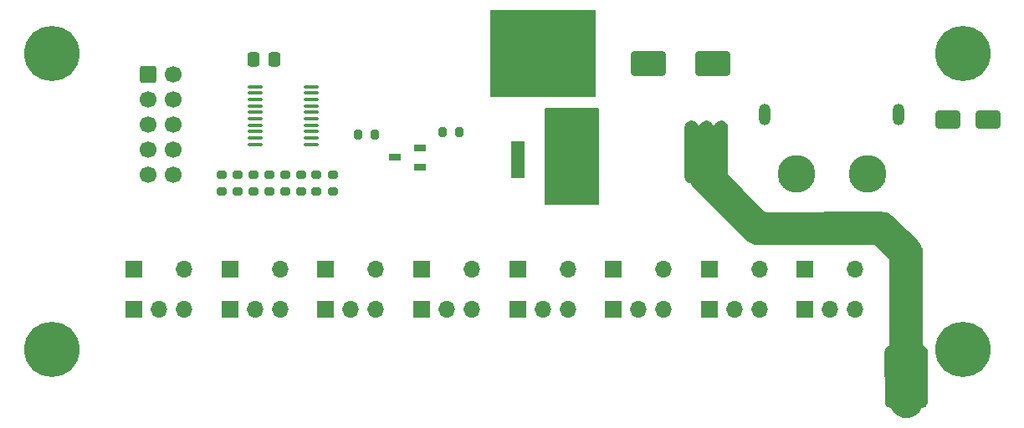
<source format=gbr>
%TF.GenerationSoftware,KiCad,Pcbnew,8.0.3*%
%TF.CreationDate,2024-11-21T16:05:02+01:00*%
%TF.ProjectId,LED Board,4c454420-426f-4617-9264-2e6b69636164,rev?*%
%TF.SameCoordinates,Original*%
%TF.FileFunction,Soldermask,Top*%
%TF.FilePolarity,Negative*%
%FSLAX46Y46*%
G04 Gerber Fmt 4.6, Leading zero omitted, Abs format (unit mm)*
G04 Created by KiCad (PCBNEW 8.0.3) date 2024-11-21 16:05:02*
%MOMM*%
%LPD*%
G01*
G04 APERTURE LIST*
G04 Aperture macros list*
%AMRoundRect*
0 Rectangle with rounded corners*
0 $1 Rounding radius*
0 $2 $3 $4 $5 $6 $7 $8 $9 X,Y pos of 4 corners*
0 Add a 4 corners polygon primitive as box body*
4,1,4,$2,$3,$4,$5,$6,$7,$8,$9,$2,$3,0*
0 Add four circle primitives for the rounded corners*
1,1,$1+$1,$2,$3*
1,1,$1+$1,$4,$5*
1,1,$1+$1,$6,$7*
1,1,$1+$1,$8,$9*
0 Add four rect primitives between the rounded corners*
20,1,$1+$1,$2,$3,$4,$5,0*
20,1,$1+$1,$4,$5,$6,$7,0*
20,1,$1+$1,$6,$7,$8,$9,0*
20,1,$1+$1,$8,$9,$2,$3,0*%
G04 Aperture macros list end*
%ADD10C,0.150000*%
%ADD11RoundRect,0.200000X-0.275000X0.200000X-0.275000X-0.200000X0.275000X-0.200000X0.275000X0.200000X0*%
%ADD12R,1.700000X1.700000*%
%ADD13O,1.700000X1.700000*%
%ADD14C,3.600000*%
%ADD15C,5.600000*%
%ADD16RoundRect,0.200000X-0.200000X-0.275000X0.200000X-0.275000X0.200000X0.275000X-0.200000X0.275000X0*%
%ADD17R,1.250000X0.700000*%
%ADD18RoundRect,0.250000X-0.337500X-0.475000X0.337500X-0.475000X0.337500X0.475000X-0.337500X0.475000X0*%
%ADD19RoundRect,0.250000X-1.000000X-0.650000X1.000000X-0.650000X1.000000X0.650000X-1.000000X0.650000X0*%
%ADD20RoundRect,0.250000X-1.500000X-1.000000X1.500000X-1.000000X1.500000X1.000000X-1.500000X1.000000X0*%
%ADD21RoundRect,0.250000X-0.600000X-0.600000X0.600000X-0.600000X0.600000X0.600000X-0.600000X0.600000X0*%
%ADD22C,1.700000*%
%ADD23R,1.400000X3.800000*%
%ADD24R,10.700000X8.800000*%
%ADD25RoundRect,0.100000X-0.637500X-0.100000X0.637500X-0.100000X0.637500X0.100000X-0.637500X0.100000X0*%
%ADD26C,3.800000*%
%ADD27O,1.200000X2.200000*%
G04 APERTURE END LIST*
D10*
X137673889Y-51926762D02*
X137782382Y-51971701D01*
X137880024Y-52036943D01*
X137963056Y-52119975D01*
X138028298Y-52217617D01*
X138065224Y-52306763D01*
X138116731Y-52379355D01*
X138194633Y-52422409D01*
X138283501Y-52427400D01*
X138365734Y-52393338D01*
X138425045Y-52326970D01*
X138434776Y-52306763D01*
X138471701Y-52217617D01*
X138536943Y-52119975D01*
X138619975Y-52036943D01*
X138717617Y-51971701D01*
X138826110Y-51926762D01*
X138941285Y-51903852D01*
X139058715Y-51903852D01*
X139173889Y-51926762D01*
X139282382Y-51971701D01*
X139380024Y-52036943D01*
X139463056Y-52119975D01*
X139528298Y-52217617D01*
X139565224Y-52306763D01*
X139616731Y-52379355D01*
X139694633Y-52422409D01*
X139783501Y-52427400D01*
X139865734Y-52393338D01*
X139925045Y-52326970D01*
X139934776Y-52306763D01*
X139971701Y-52217617D01*
X140036943Y-52119975D01*
X140119975Y-52036943D01*
X140217617Y-51971701D01*
X140326110Y-51926762D01*
X140441285Y-51903852D01*
X140558715Y-51903852D01*
X140673889Y-51926762D01*
X140782382Y-51971701D01*
X140880024Y-52036943D01*
X140963056Y-52119975D01*
X141028298Y-52217617D01*
X141073237Y-52326110D01*
X141096162Y-52441360D01*
X141099816Y-57258698D01*
X141119688Y-57345459D01*
X141158467Y-57400040D01*
X144857289Y-61095083D01*
X144932679Y-61142399D01*
X144998699Y-61153589D01*
X156746755Y-61150001D01*
X156851363Y-61153425D01*
X157062061Y-61181164D01*
X157163113Y-61208241D01*
X157163114Y-61208241D01*
X157264161Y-61235316D01*
X157457474Y-61315389D01*
X157638672Y-61420004D01*
X157804756Y-61547445D01*
X160379110Y-64116373D01*
X160450625Y-64192728D01*
X160579995Y-64361327D01*
X160639488Y-64464371D01*
X160684609Y-64542523D01*
X160764684Y-64735838D01*
X160791759Y-64836886D01*
X160791759Y-64836887D01*
X160818835Y-64937938D01*
X160846149Y-65145407D01*
X160848537Y-74511965D01*
X160868365Y-74598737D01*
X160923879Y-74668312D01*
X160972000Y-74696690D01*
X161032382Y-74721701D01*
X161130024Y-74786943D01*
X161213056Y-74869975D01*
X161278298Y-74967617D01*
X161323237Y-75076110D01*
X161346162Y-75191360D01*
X161349996Y-80245169D01*
X161347112Y-80303863D01*
X161323237Y-80423889D01*
X161278298Y-80532382D01*
X161213056Y-80630024D01*
X161130024Y-80713056D01*
X161032382Y-80778298D01*
X160923888Y-80823238D01*
X160828569Y-80842198D01*
X160747324Y-80878552D01*
X160689897Y-80946558D01*
X160685728Y-80955537D01*
X160579992Y-81138675D01*
X160452618Y-81304673D01*
X160304673Y-81452618D01*
X160138675Y-81579992D01*
X159957468Y-81684613D01*
X159764165Y-81764681D01*
X159562061Y-81818835D01*
X159354618Y-81846146D01*
X159145382Y-81846146D01*
X158937938Y-81818835D01*
X158735834Y-81764681D01*
X158542531Y-81684613D01*
X158361324Y-81579992D01*
X158195326Y-81452618D01*
X158047381Y-81304673D01*
X157920007Y-81138675D01*
X157808834Y-80946119D01*
X157806857Y-80947260D01*
X157765688Y-80889232D01*
X157687788Y-80846174D01*
X157671430Y-80842198D01*
X157576111Y-80823238D01*
X157467617Y-80778298D01*
X157369975Y-80713056D01*
X157286943Y-80630024D01*
X157221701Y-80532382D01*
X157176762Y-80423889D01*
X157153837Y-80308639D01*
X157150003Y-75254830D01*
X157152887Y-75196136D01*
X157176762Y-75076110D01*
X157221701Y-74967617D01*
X157286943Y-74869975D01*
X157369975Y-74786943D01*
X157467617Y-74721701D01*
X157528898Y-74696318D01*
X157601490Y-74644811D01*
X157644545Y-74566909D01*
X157652361Y-74511491D01*
X157650189Y-65991563D01*
X157630361Y-65904791D01*
X157591461Y-65850044D01*
X156143204Y-64404840D01*
X156067789Y-64357564D01*
X156001871Y-64346410D01*
X144253244Y-64349998D01*
X144148636Y-64346574D01*
X143937938Y-64318835D01*
X143735834Y-64264681D01*
X143542527Y-64184611D01*
X143361325Y-64079995D01*
X143195291Y-63952592D01*
X137870914Y-58633653D01*
X137799374Y-58557271D01*
X137670004Y-58388672D01*
X137558834Y-58196120D01*
X137556860Y-58197259D01*
X137515671Y-58139217D01*
X137437766Y-58096168D01*
X137421430Y-58092198D01*
X137326110Y-58073238D01*
X137217617Y-58028298D01*
X137119975Y-57963056D01*
X137036943Y-57880024D01*
X136971701Y-57782382D01*
X136926762Y-57673889D01*
X136903837Y-57558639D01*
X136900003Y-52504830D01*
X136902887Y-52446136D01*
X136926762Y-52326110D01*
X136971701Y-52217617D01*
X137036943Y-52119975D01*
X137119975Y-52036943D01*
X137217617Y-51971701D01*
X137326110Y-51926762D01*
X137441285Y-51903852D01*
X137558715Y-51903852D01*
X137673889Y-51926762D01*
G36*
X137673889Y-51926762D02*
G01*
X137782382Y-51971701D01*
X137880024Y-52036943D01*
X137963056Y-52119975D01*
X138028298Y-52217617D01*
X138065224Y-52306763D01*
X138116731Y-52379355D01*
X138194633Y-52422409D01*
X138283501Y-52427400D01*
X138365734Y-52393338D01*
X138425045Y-52326970D01*
X138434776Y-52306763D01*
X138471701Y-52217617D01*
X138536943Y-52119975D01*
X138619975Y-52036943D01*
X138717617Y-51971701D01*
X138826110Y-51926762D01*
X138941285Y-51903852D01*
X139058715Y-51903852D01*
X139173889Y-51926762D01*
X139282382Y-51971701D01*
X139380024Y-52036943D01*
X139463056Y-52119975D01*
X139528298Y-52217617D01*
X139565224Y-52306763D01*
X139616731Y-52379355D01*
X139694633Y-52422409D01*
X139783501Y-52427400D01*
X139865734Y-52393338D01*
X139925045Y-52326970D01*
X139934776Y-52306763D01*
X139971701Y-52217617D01*
X140036943Y-52119975D01*
X140119975Y-52036943D01*
X140217617Y-51971701D01*
X140326110Y-51926762D01*
X140441285Y-51903852D01*
X140558715Y-51903852D01*
X140673889Y-51926762D01*
X140782382Y-51971701D01*
X140880024Y-52036943D01*
X140963056Y-52119975D01*
X141028298Y-52217617D01*
X141073237Y-52326110D01*
X141096162Y-52441360D01*
X141099816Y-57258698D01*
X141119688Y-57345459D01*
X141158467Y-57400040D01*
X144857289Y-61095083D01*
X144932679Y-61142399D01*
X144998699Y-61153589D01*
X156746755Y-61150001D01*
X156851363Y-61153425D01*
X157062061Y-61181164D01*
X157163113Y-61208241D01*
X157163114Y-61208241D01*
X157264161Y-61235316D01*
X157457474Y-61315389D01*
X157638672Y-61420004D01*
X157804756Y-61547445D01*
X160379110Y-64116373D01*
X160450625Y-64192728D01*
X160579995Y-64361327D01*
X160639488Y-64464371D01*
X160684609Y-64542523D01*
X160764684Y-64735838D01*
X160791759Y-64836886D01*
X160791759Y-64836887D01*
X160818835Y-64937938D01*
X160846149Y-65145407D01*
X160848537Y-74511965D01*
X160868365Y-74598737D01*
X160923879Y-74668312D01*
X160972000Y-74696690D01*
X161032382Y-74721701D01*
X161130024Y-74786943D01*
X161213056Y-74869975D01*
X161278298Y-74967617D01*
X161323237Y-75076110D01*
X161346162Y-75191360D01*
X161349996Y-80245169D01*
X161347112Y-80303863D01*
X161323237Y-80423889D01*
X161278298Y-80532382D01*
X161213056Y-80630024D01*
X161130024Y-80713056D01*
X161032382Y-80778298D01*
X160923888Y-80823238D01*
X160828569Y-80842198D01*
X160747324Y-80878552D01*
X160689897Y-80946558D01*
X160685728Y-80955537D01*
X160579992Y-81138675D01*
X160452618Y-81304673D01*
X160304673Y-81452618D01*
X160138675Y-81579992D01*
X159957468Y-81684613D01*
X159764165Y-81764681D01*
X159562061Y-81818835D01*
X159354618Y-81846146D01*
X159145382Y-81846146D01*
X158937938Y-81818835D01*
X158735834Y-81764681D01*
X158542531Y-81684613D01*
X158361324Y-81579992D01*
X158195326Y-81452618D01*
X158047381Y-81304673D01*
X157920007Y-81138675D01*
X157808834Y-80946119D01*
X157806857Y-80947260D01*
X157765688Y-80889232D01*
X157687788Y-80846174D01*
X157671430Y-80842198D01*
X157576111Y-80823238D01*
X157467617Y-80778298D01*
X157369975Y-80713056D01*
X157286943Y-80630024D01*
X157221701Y-80532382D01*
X157176762Y-80423889D01*
X157153837Y-80308639D01*
X157150003Y-75254830D01*
X157152887Y-75196136D01*
X157176762Y-75076110D01*
X157221701Y-74967617D01*
X157286943Y-74869975D01*
X157369975Y-74786943D01*
X157467617Y-74721701D01*
X157528898Y-74696318D01*
X157601490Y-74644811D01*
X157644545Y-74566909D01*
X157652361Y-74511491D01*
X157650189Y-65991563D01*
X157630361Y-65904791D01*
X157591461Y-65850044D01*
X156143204Y-64404840D01*
X156067789Y-64357564D01*
X156001871Y-64346410D01*
X144253244Y-64349998D01*
X144148636Y-64346574D01*
X143937938Y-64318835D01*
X143735834Y-64264681D01*
X143542527Y-64184611D01*
X143361325Y-64079995D01*
X143195291Y-63952592D01*
X137870914Y-58633653D01*
X137799374Y-58557271D01*
X137670004Y-58388672D01*
X137558834Y-58196120D01*
X137556860Y-58197259D01*
X137515671Y-58139217D01*
X137437766Y-58096168D01*
X137421430Y-58092198D01*
X137326110Y-58073238D01*
X137217617Y-58028298D01*
X137119975Y-57963056D01*
X137036943Y-57880024D01*
X136971701Y-57782382D01*
X136926762Y-57673889D01*
X136903837Y-57558639D01*
X136900003Y-52504830D01*
X136902887Y-52446136D01*
X136926762Y-52326110D01*
X136971701Y-52217617D01*
X137036943Y-52119975D01*
X137119975Y-52036943D01*
X137217617Y-51971701D01*
X137326110Y-51926762D01*
X137441285Y-51903852D01*
X137558715Y-51903852D01*
X137673889Y-51926762D01*
G37*
X128050000Y-60300000D02*
X122700000Y-60300000D01*
X122700000Y-50600000D01*
X128050000Y-50600000D01*
X128050000Y-60300000D01*
G36*
X128050000Y-60300000D02*
G01*
X122700000Y-60300000D01*
X122700000Y-50600000D01*
X128050000Y-50600000D01*
X128050000Y-60300000D01*
G37*
D11*
%TO.C,R2*%
X91600000Y-57305000D03*
X91600000Y-58955000D03*
%TD*%
D12*
%TO.C,J7*%
X139308000Y-70911000D03*
D13*
X141848000Y-70911000D03*
X144388000Y-70911000D03*
%TD*%
D12*
%TO.C,J16*%
X149008000Y-66904000D03*
D13*
X154088000Y-66904000D03*
%TD*%
D12*
%TO.C,J13*%
X119908000Y-66904000D03*
D13*
X124988000Y-66904000D03*
%TD*%
D12*
%TO.C,J6*%
X129608000Y-70911000D03*
D13*
X132148000Y-70911000D03*
X134688000Y-70911000D03*
%TD*%
D12*
%TO.C,J14*%
X129608000Y-66904000D03*
D13*
X134688000Y-66904000D03*
%TD*%
D12*
%TO.C,J4*%
X110208000Y-70911000D03*
D13*
X112748000Y-70911000D03*
X115288000Y-70911000D03*
%TD*%
D14*
%TO.C,H3*%
X165000000Y-45000000D03*
D15*
X165000000Y-45000000D03*
%TD*%
D12*
%TO.C,J10*%
X90808000Y-66904000D03*
D13*
X95888000Y-66904000D03*
%TD*%
D11*
%TO.C,R7*%
X99562852Y-57305000D03*
X99562852Y-58955000D03*
%TD*%
D14*
%TO.C,H1*%
X72800000Y-45000000D03*
D15*
X72800000Y-45000000D03*
%TD*%
D12*
%TO.C,J1*%
X81108000Y-70911000D03*
D13*
X83648000Y-70911000D03*
X86188000Y-70911000D03*
%TD*%
D16*
%TO.C,R9*%
X103804026Y-53259919D03*
X105454026Y-53259919D03*
%TD*%
D12*
%TO.C,J11*%
X100508000Y-66904000D03*
D13*
X105588000Y-66904000D03*
%TD*%
D17*
%TO.C,Q2*%
X110000000Y-54600000D03*
X110000000Y-56500000D03*
X107500000Y-55550000D03*
%TD*%
D18*
%TO.C,C1*%
X93196500Y-45593000D03*
X95271500Y-45593000D03*
%TD*%
D12*
%TO.C,J5*%
X119908000Y-70911000D03*
D13*
X122448000Y-70911000D03*
X124988000Y-70911000D03*
%TD*%
D19*
%TO.C,D1*%
X163500000Y-51750000D03*
X167500000Y-51750000D03*
%TD*%
D16*
%TO.C,R10*%
X112330000Y-53000000D03*
X113980000Y-53000000D03*
%TD*%
D11*
%TO.C,R3*%
X93200000Y-57305000D03*
X93200000Y-58955000D03*
%TD*%
D14*
%TO.C,H2*%
X72800000Y-75000000D03*
D15*
X72800000Y-75000000D03*
%TD*%
D11*
%TO.C,R5*%
X96400000Y-57305000D03*
X96400000Y-58955000D03*
%TD*%
%TO.C,R8*%
X101200000Y-57305000D03*
X101200000Y-58955000D03*
%TD*%
D12*
%TO.C,J2*%
X90808000Y-70911000D03*
D13*
X93348000Y-70911000D03*
X95888000Y-70911000D03*
%TD*%
D20*
%TO.C,C2*%
X133150000Y-46000000D03*
X139650000Y-46000000D03*
%TD*%
D12*
%TO.C,J12*%
X110208000Y-66904000D03*
D13*
X115288000Y-66904000D03*
%TD*%
D12*
%TO.C,J9*%
X81108000Y-66904000D03*
D13*
X86188000Y-66904000D03*
%TD*%
D11*
%TO.C,R4*%
X94800000Y-57305000D03*
X94800000Y-58955000D03*
%TD*%
D12*
%TO.C,J15*%
X139308000Y-66904000D03*
D13*
X144388000Y-66904000D03*
%TD*%
D12*
%TO.C,J3*%
X100508000Y-70911000D03*
D13*
X103048000Y-70911000D03*
X105588000Y-70911000D03*
%TD*%
D11*
%TO.C,R6*%
X98000000Y-57305000D03*
X98000000Y-58955000D03*
%TD*%
D21*
%TO.C,J18*%
X82550000Y-47117000D03*
D22*
X85090000Y-47117000D03*
X82550000Y-49657000D03*
X85090000Y-49657000D03*
X82550000Y-52197000D03*
X85090000Y-52197000D03*
X82550000Y-54737000D03*
X85090000Y-54737000D03*
X82550000Y-57277000D03*
X85090000Y-57277000D03*
%TD*%
D23*
%TO.C,U2*%
X119960000Y-55800000D03*
D24*
X122500000Y-45000000D03*
D23*
X125040000Y-55800000D03*
%TD*%
D11*
%TO.C,R1*%
X90000000Y-57305000D03*
X90000000Y-58955000D03*
%TD*%
D25*
%TO.C,U1*%
X93335000Y-48379000D03*
X93335000Y-49029000D03*
X93335000Y-49679000D03*
X93335000Y-50329000D03*
X93335000Y-50979000D03*
X93335000Y-51629000D03*
X93335000Y-52279000D03*
X93335000Y-52929000D03*
X93335000Y-53579000D03*
X93335000Y-54229000D03*
X99060000Y-54229000D03*
X99060000Y-53579000D03*
X99060000Y-52929000D03*
X99060000Y-52279000D03*
X99060000Y-51629000D03*
X99060000Y-50979000D03*
X99060000Y-50329000D03*
X99060000Y-49679000D03*
X99060000Y-49029000D03*
X99060000Y-48379000D03*
%TD*%
D26*
%TO.C,CN1*%
X148100000Y-57200000D03*
X155300000Y-57200000D03*
D27*
X158450000Y-51200000D03*
X144950000Y-51200000D03*
%TD*%
D12*
%TO.C,J8*%
X149008000Y-70911000D03*
D13*
X151548000Y-70911000D03*
X154088000Y-70911000D03*
%TD*%
D14*
%TO.C,H4*%
X165000000Y-75000000D03*
D15*
X165000000Y-75000000D03*
%TD*%
M02*

</source>
